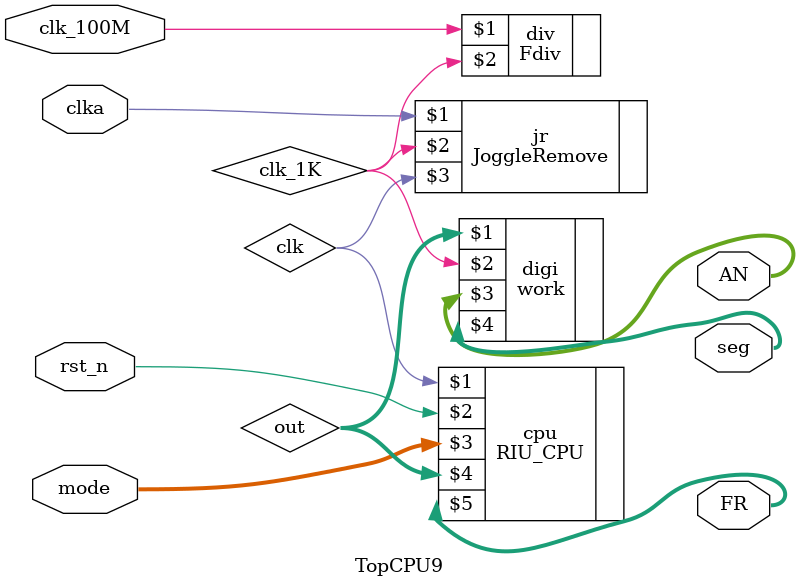
<source format=v>
`timescale 1ns / 1ps


module TopCPU9(input clka,input clk_100M,input rst_n,input[2:0]mode,output [7:0] AN,output [7:0] seg,output [3:0]FR);
    wire [31:0]out;
    
    Fdiv div(clk_100M,clk_1K);
    JoggleRemove jr(clka,clk_1K,clk);
    work digi(out,clk_1K,AN,seg);
    RIU_CPU cpu(clk,rst_n,mode,out,FR);
endmodule

</source>
